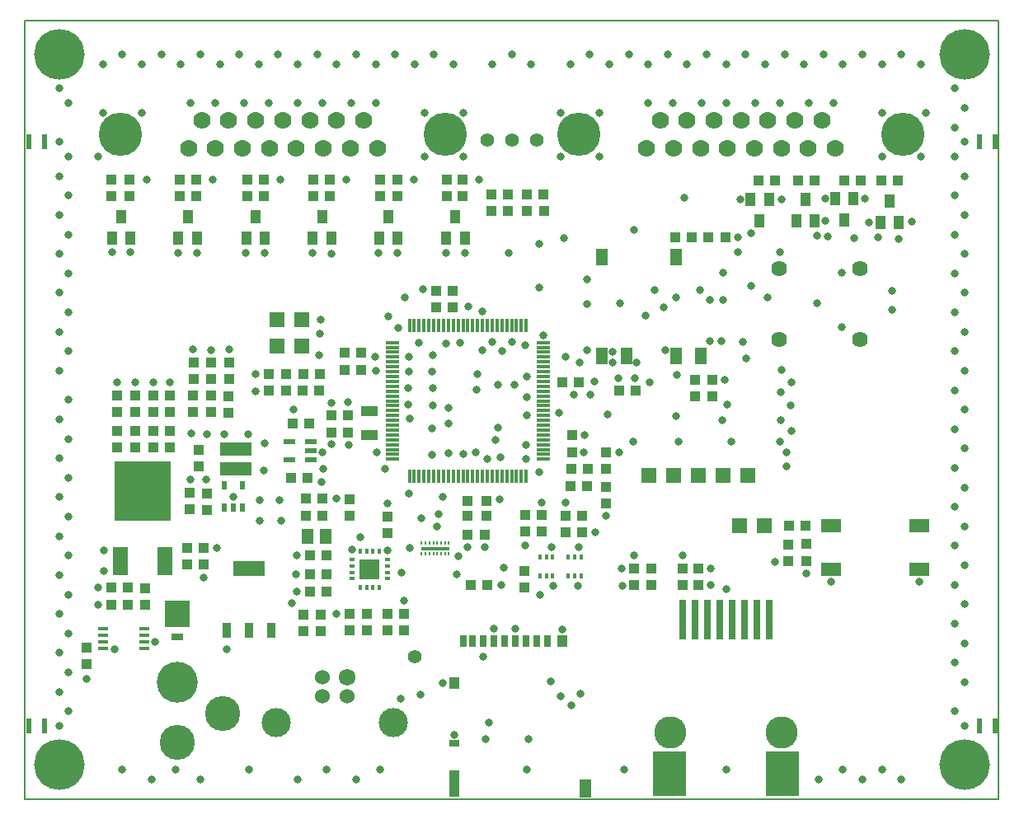
<source format=gbr>
%FSLAX36Y36*%
%MOMM*%
G04 EasyPC Gerber Version 18.0.8 Build 3632 *
%ADD126R,0.25020X0.40020*%
%ADD107R,0.30020X1.47520*%
%ADD108R,1.47520X0.30020*%
%ADD130R,0.40020X0.50020*%
%ADD131R,0.40020X0.60020*%
%ADD111R,0.50820X0.96540*%
%ADD145R,0.60020X1.50020*%
%ADD121R,0.70020X1.20020*%
%ADD141R,0.76020X4.18020*%
%ADD118R,0.95020X1.60020*%
%ADD105R,1.00020X1.10020*%
%ADD122R,1.00020X1.20020*%
%ADD144R,1.00020X1.40020*%
%ADD123R,1.00020X2.80020*%
%ADD112R,1.20020X1.80020*%
%ADD134R,1.30020X1.50020*%
%ADD125R,1.30020X1.90020*%
%ADD116R,1.60020X3.00020*%
%ADD113R,1.11780X0.38120*%
%ADD132R,0.60020X0.40020*%
%ADD127R,3.00020X0.45020*%
%ADD146R,1.16860X0.50820*%
%ADD115R,1.27020X0.76220*%
%ADD124R,1.00020X0.80020*%
%ADD106R,1.10020X1.00020*%
%ADD110R,1.80020X1.00020*%
%ADD148R,2.10020X1.40020*%
%ADD120R,3.20060X1.44800*%
%ADD119R,3.20020X1.60020*%
%ADD114R,2.54020X2.67020*%
%ADD142R,3.42020X4.58020*%
%ADD117R,5.80020X6.20020*%
%ADD135R,1.52420X1.52420*%
%ADD133R,2.10020X2.10020*%
%ADD71C,0.12700*%
%ADD104C,0.81300*%
%ADD147C,1.39020*%
%ADD149C,1.42260*%
%ADD137C,1.52420*%
%ADD109C,1.62420*%
%ADD136C,1.72020*%
%ADD128C,1.77820*%
%ADD138C,3.00020*%
%ADD143C,3.31020*%
%ADD139C,3.60020*%
%ADD140C,4.20020*%
%ADD129C,4.44520*%
%ADD103C,5.20020*%
X0Y0D02*
D02*
D71*
X42104200Y3347700D02*
X142104200D01*
Y83347700*
X42104200*
Y3347700*
D02*
D103*
X45604200Y6847700D03*
Y79847700D03*
X138604200Y6847700D03*
Y79847700D03*
D02*
D104*
X45604200Y10847700D03*
Y14347700D03*
Y18347700D03*
Y22347700D03*
Y26347700D03*
Y30347700D03*
Y34347700D03*
Y38347700D03*
Y42347700D03*
Y47347700D03*
Y51347700D03*
Y55347700D03*
Y59347700D03*
Y63347700D03*
Y67347700D03*
Y70847700D03*
Y76347700D03*
X46604200Y12347700D03*
Y16347700D03*
Y20347700D03*
Y24347700D03*
Y28347700D03*
Y32347700D03*
Y36347700D03*
Y40347700D03*
Y44347700D03*
Y49347700D03*
Y53347700D03*
Y57347700D03*
Y61347700D03*
Y65347700D03*
Y69347700D03*
Y74847700D03*
X48454200Y15697700D03*
X49579200Y23272700D03*
Y25047700D03*
X49604200Y69347700D03*
X50104200Y73847700D03*
Y78847700D03*
X50179200Y26797700D03*
X50204200Y28847700D03*
X51054200Y59547700D03*
X51304200Y18747700D03*
X51554200Y46172700D03*
X52104200Y6347700D03*
Y79847700D03*
X52954200Y59547700D03*
X53404200Y46147700D03*
X54104200Y73847700D03*
Y78847700D03*
X54604200Y66947700D03*
X55104200Y5347700D03*
X55254200Y46147700D03*
X55479200Y19497700D03*
X56104200Y79847700D03*
X56954200Y46147700D03*
X57604200Y6347700D03*
X57804200Y59447700D03*
X58104200Y78847700D03*
X59104200Y36197700D03*
Y74847700D03*
X59154200Y40872700D03*
X59354200Y49522700D03*
X59754200Y59447700D03*
X60104200Y5347700D03*
Y79847700D03*
X60454200Y26122700D03*
X60729200Y36147700D03*
X60804200Y40847700D03*
X61229200Y49497700D03*
X61404200Y66947700D03*
X61604200Y74847700D03*
X61779200Y29122700D03*
X62104200Y78847700D03*
X62529200Y40797700D03*
X62804200Y18747700D03*
X63054200Y49522700D03*
X63504200Y34422700D03*
X64104200Y79847700D03*
X64604200Y74847700D03*
X64804200Y59447700D03*
X65029200Y40797700D03*
X65104200Y6347700D03*
X65779200Y45247700D03*
Y46997700D03*
X66104200Y78847700D03*
X66204200Y31897700D03*
Y34072700D03*
X66629200Y37072700D03*
X66679200Y39897700D03*
X66729200Y59447700D03*
X67104200Y74847700D03*
X68104200Y79847700D03*
X68229200Y34072700D03*
X68304200Y66947700D03*
X68379200Y31897700D03*
X69504200Y23422700D03*
X69654200Y43372700D03*
X69929200Y26397700D03*
X69979200Y24672700D03*
X70029200Y28372700D03*
X70104200Y5347700D03*
Y74847700D03*
Y78847700D03*
X71604200Y59447700D03*
X72104200Y79847700D03*
X72329200Y48922700D03*
X72429200Y51147700D03*
X72454200Y52597700D03*
X72579200Y35947700D03*
X72604200Y74847700D03*
X72679200Y38947700D03*
X72704200Y37297700D03*
X73104200Y6347700D03*
X73554200Y59347700D03*
X73579200Y44072700D03*
X73604200Y39772700D03*
X74054200Y34197700D03*
X74104200Y22347700D03*
Y78847700D03*
X75104200Y66947700D03*
X75279200Y44097700D03*
X75354200Y39722700D03*
X75604200Y74847700D03*
X75654200Y28997700D03*
X76104200Y5347700D03*
Y79847700D03*
X76529200Y30247700D03*
X78054200Y48747700D03*
X78104200Y74847700D03*
Y78847700D03*
X78154200Y47347700D03*
X78254200Y38947700D03*
X78404200Y59447700D03*
X78604200Y6347700D03*
X79079200Y37297700D03*
X79354200Y28847700D03*
Y33747700D03*
X79454200Y52947700D03*
X80104200Y79847700D03*
X80304200Y59447700D03*
X80404200Y51747700D03*
X80704200Y13647700D03*
X80804200Y26622700D03*
X81054200Y23747700D03*
X81104200Y54847700D03*
X81479200Y43847700D03*
Y45597700D03*
X81504200Y47247700D03*
X81529200Y48747700D03*
X81554200Y34747700D03*
X81629200Y29097700D03*
X81654200Y42422700D03*
X82004200Y66947700D03*
X82104200Y78847700D03*
X82579200Y50247700D03*
X82704200Y14047700D03*
X82804200Y32147700D03*
X82979200Y55722700D03*
X83104200Y69347700D03*
Y73847700D03*
X83879200Y38722700D03*
Y41397700D03*
X83929200Y47247700D03*
X83954200Y48922700D03*
X83979200Y43822700D03*
Y45522700D03*
X84104200Y79847700D03*
X84432200Y31297700D03*
X84604200Y32647700D03*
X84979200Y15247700D03*
Y34422700D03*
X85304200Y50172700D03*
X85354200Y59447700D03*
X85554200Y38847700D03*
X85579200Y41897700D03*
Y43547700D03*
X86104200Y78847700D03*
X86204200Y9947700D03*
X86429200Y26397700D03*
X86579200Y28272700D03*
X86754200Y50197700D03*
X87104200Y38822700D03*
Y69347700D03*
Y73847700D03*
X87254200Y59447700D03*
X87579200Y29247700D03*
X87604200Y53947700D03*
X88429200Y38922700D03*
X88504200Y45372700D03*
X88529200Y46997700D03*
X88704200Y66947700D03*
X89029200Y49497700D03*
X89079200Y53447700D03*
X89167700Y17972700D03*
X89279200Y29197700D03*
X89404200Y9472700D03*
X89579200Y38247700D03*
X89729200Y11222700D03*
X90079200Y50322700D03*
X90104200Y78847700D03*
X90279200Y20797700D03*
X90429200Y40222700D03*
X90679200Y45922700D03*
X90704200Y41522700D03*
X90829200Y34172700D03*
X90904200Y38447700D03*
X90979200Y25347700D03*
X91079200Y49397700D03*
X91229200Y27122700D03*
X91804200Y59447700D03*
X92079200Y50297700D03*
X92104200Y79847700D03*
X92404200Y45922700D03*
X92467700Y20797700D03*
X93504200Y29422700D03*
Y49947700D03*
X93579200Y38247700D03*
Y39747700D03*
X93604200Y6347700D03*
X93629200Y44597700D03*
X93654200Y42747700D03*
X93679200Y46747700D03*
X93779200Y9472700D03*
X94104200Y78847700D03*
X94879200Y36922700D03*
X94904200Y55872700D03*
Y60397700D03*
X94979200Y24297700D03*
X95204200Y33822700D03*
X95317200Y50947700D03*
X96129200Y15397700D03*
X96154200Y29222700D03*
X96329200Y25247700D03*
X96954200Y43022700D03*
X97104200Y13922700D03*
Y69347700D03*
Y73847700D03*
X97304200Y20772700D03*
X97454200Y60972700D03*
X97654200Y33822700D03*
Y48747700D03*
X98104200Y78847700D03*
X98204200Y12997700D03*
X98454200Y44872700D03*
X98929200Y25272700D03*
X99004200Y29247700D03*
X99029200Y48172700D03*
X99104200Y14122700D03*
X99504200Y38997700D03*
X99529200Y40697700D03*
X99779200Y54197700D03*
X99804200Y49422700D03*
X99854200Y56747700D03*
X100104200Y79847700D03*
X100154200Y44922700D03*
X100554200Y46222700D03*
X100629200Y30747700D03*
X101104200Y69347700D03*
Y73847700D03*
X101804200Y32397700D03*
X101954200Y42822700D03*
X102104200Y78847700D03*
X102429200Y49322700D03*
X102454200Y48197700D03*
X103079200Y46597700D03*
X103129200Y38922700D03*
X103179200Y54272700D03*
X103354200Y27047700D03*
X103429200Y25272700D03*
X103604200Y6347700D03*
X104104200Y79847700D03*
X104554200Y40072700D03*
X104629200Y61797700D03*
X104679200Y28397700D03*
X104754200Y46572700D03*
X104904200Y48222700D03*
X105829200Y52972700D03*
X106104200Y74847700D03*
Y78847700D03*
X106279200Y46122700D03*
X106729200Y55597700D03*
X107704200Y53822700D03*
X107879200Y49447700D03*
X108104200Y79847700D03*
X108604200Y74847700D03*
X108929200Y42722700D03*
Y54897700D03*
X109054200Y46947700D03*
X109254200Y40072700D03*
X109629200Y28372700D03*
X109829200Y65097700D03*
X110104200Y78847700D03*
X111454200Y55597700D03*
X111604200Y74847700D03*
X112104200Y79847700D03*
X112404200Y50347700D03*
X112429200Y54597700D03*
X112529200Y25347700D03*
Y26997700D03*
X113629200Y50372700D03*
X113729200Y42272700D03*
X113754200Y54597700D03*
Y57397700D03*
X113979200Y46397700D03*
X114104200Y6347700D03*
Y74847700D03*
Y78847700D03*
X114154200Y24897700D03*
X114204200Y43897700D03*
X114654200Y40097700D03*
X115329200Y61047700D03*
X115354200Y59547700D03*
X115554200Y64947700D03*
X115804200Y50322700D03*
X116104200Y79847700D03*
X116154200Y48597700D03*
X116704200Y56047700D03*
Y61472700D03*
X117104200Y74847700D03*
X118104200Y78847700D03*
X118329200Y54897700D03*
X119154200Y27672700D03*
X119604200Y40097700D03*
Y74847700D03*
X119654200Y59522700D03*
X119729200Y42297700D03*
Y45172700D03*
X119804200Y47397700D03*
Y64947700D03*
X120104200Y79847700D03*
X120304200Y37497700D03*
Y38972700D03*
X120704200Y43772700D03*
X120829200Y41172700D03*
Y46147700D03*
X122104200Y78847700D03*
X122304200Y26522700D03*
X122604200Y74847700D03*
X123404200Y61197700D03*
X123429200Y54247700D03*
X123604200Y5347700D03*
X124104200Y79847700D03*
X124254200Y64997700D03*
X124279200Y62747700D03*
X124579200Y61172700D03*
X124854200Y25622700D03*
X125104200Y74847700D03*
X125979200Y51797700D03*
Y57397700D03*
X126104200Y6347700D03*
Y78847700D03*
X127279200Y60997700D03*
X128104200Y5347700D03*
Y79847700D03*
X128354200Y64997700D03*
X128779200Y62597700D03*
X129729200Y61047700D03*
X130104200Y6347700D03*
Y69347700D03*
Y73847700D03*
Y78847700D03*
X131154200Y53622700D03*
Y55547700D03*
X131854200Y60847700D03*
X132104200Y5347700D03*
Y79847700D03*
X133154200Y62622700D03*
X133954200Y25697700D03*
X134104200Y69347700D03*
Y78847700D03*
X134604200Y73847700D03*
X137604200Y12347700D03*
Y17347700D03*
Y21347700D03*
Y25347700D03*
Y29347700D03*
Y33347700D03*
Y37347700D03*
Y41347700D03*
Y45347700D03*
Y49347700D03*
Y53347700D03*
Y57347700D03*
Y61347700D03*
Y65347700D03*
Y69347700D03*
Y72347700D03*
Y76347700D03*
X138604200Y10847700D03*
Y15347700D03*
Y19347700D03*
Y23347700D03*
Y27347700D03*
Y31347700D03*
Y35347700D03*
Y39347700D03*
Y43347700D03*
Y47347700D03*
Y51347700D03*
Y55347700D03*
Y59347700D03*
Y63347700D03*
Y67347700D03*
Y70847700D03*
Y74347700D03*
D02*
D105*
X48454200Y17172700D03*
Y18872700D03*
X51004200Y65247700D03*
Y66947700D03*
X51554200Y43072700D03*
Y44772700D03*
X51579200Y39472700D03*
Y41172700D03*
X52804200Y65247700D03*
Y66947700D03*
X53404200Y39472700D03*
Y41172700D03*
Y43072700D03*
Y44772700D03*
X54429200Y23322700D03*
Y25022700D03*
X55254200Y39447700D03*
Y41147700D03*
Y43072700D03*
Y44772700D03*
X56954200Y39472700D03*
Y41172700D03*
Y43072700D03*
Y44772700D03*
X58004200Y65247700D03*
Y66947700D03*
X59004200Y33097700D03*
Y34797700D03*
X59379200Y43072700D03*
Y44772700D03*
X59404200Y46522700D03*
Y48222700D03*
X59704200Y65247700D03*
Y66947700D03*
X59929200Y37547700D03*
Y39247700D03*
X60804200Y33047700D03*
Y34747700D03*
X61204200Y43072700D03*
Y44772700D03*
X61229200Y46522700D03*
Y48222700D03*
X63029200Y43022700D03*
Y44722700D03*
X63054200Y46522700D03*
Y48222700D03*
X64904200Y65247700D03*
Y66947700D03*
X66604200Y65247700D03*
Y66947700D03*
X70654200Y20597700D03*
Y22297700D03*
X71704200Y65247700D03*
Y66947700D03*
X72454200Y20597700D03*
Y22297700D03*
X73404200Y65247700D03*
Y66947700D03*
X75404200Y20647700D03*
Y22347700D03*
X75429200Y32447700D03*
Y34147700D03*
X77204200Y20697700D03*
Y22397700D03*
X78604200Y65247700D03*
Y66947700D03*
X79304200Y20697700D03*
Y22397700D03*
X79354200Y30672700D03*
Y32372700D03*
X80304200Y65247700D03*
Y66947700D03*
X81054200Y20697700D03*
Y22397700D03*
X85404200Y65247700D03*
Y66947700D03*
X87004200Y65247700D03*
Y66947700D03*
X93354200Y25047700D03*
Y26747700D03*
X93479200Y30797700D03*
Y32497700D03*
X95204200Y30797700D03*
Y32497700D03*
X97654200Y30747700D03*
Y32447700D03*
X98254200Y38997700D03*
Y40697700D03*
X99329200Y30772700D03*
Y32472700D03*
X101804200Y33722700D03*
Y35422700D03*
Y37222700D03*
Y38922700D03*
X104679200Y25347700D03*
Y27047700D03*
X106429200Y25347700D03*
Y27047700D03*
X109629200Y25347700D03*
Y27047700D03*
X110929200Y44697700D03*
Y46397700D03*
X111279200Y25297700D03*
Y26997700D03*
X112654200Y44697700D03*
Y46397700D03*
X120504200Y27797700D03*
Y29497700D03*
X122304200Y27822700D03*
Y29522700D03*
D02*
D106*
X50929200Y23272700D03*
Y25047700D03*
X52629200Y23272700D03*
Y25047700D03*
X58729200Y27422700D03*
Y29122700D03*
X60429200Y27422700D03*
Y29122700D03*
X67179200Y45272700D03*
Y46997700D03*
X68879200Y45272700D03*
Y46997700D03*
X69429200Y36297700D03*
X69554200Y41922700D03*
X70629200Y45272700D03*
X70654200Y46997700D03*
X70954200Y32397700D03*
Y34197700D03*
X71129200Y36297700D03*
X71254200Y41922700D03*
X71354200Y26397700D03*
Y28372700D03*
X71379200Y24672700D03*
X72329200Y45272700D03*
X72354200Y46997700D03*
X72654200Y32397700D03*
Y34197700D03*
X73054200Y26397700D03*
Y28372700D03*
X73079200Y24672700D03*
X73579200Y42772700D03*
X73604200Y40997700D03*
X74954200Y47447700D03*
Y49172700D03*
X75279200Y42772700D03*
X75304200Y40997700D03*
X76654200Y47447700D03*
Y49172700D03*
X84354200Y53872700D03*
Y55572700D03*
X86054200Y53872700D03*
Y55572700D03*
X87579200Y30497700D03*
Y32472700D03*
Y33972700D03*
X87879200Y25347700D03*
X89279200Y30497700D03*
X89479200Y32472700D03*
Y33972700D03*
X89579200Y25347700D03*
X89979200Y63722700D03*
Y65472700D03*
X91679200Y63722700D03*
Y65472700D03*
X93654200D03*
X93679200Y63722700D03*
X95354200Y65472700D03*
X95379200Y63722700D03*
X97254200Y46122700D03*
X98154200Y35497700D03*
X98179200Y37247700D03*
X98954200Y46122700D03*
X99854200Y35497700D03*
X99879200Y37247700D03*
X103104200Y45347700D03*
X104804200D03*
X108879200Y61072700D03*
X110579200D03*
X112304200Y61047700D03*
X114004200D03*
X117404200Y66922700D03*
X119104200D03*
X120529200Y31422700D03*
X121479200Y66897700D03*
X122229200Y31422700D03*
X123179200Y66897700D03*
X126204200D03*
X127904200D03*
X130029200Y66922700D03*
X131729200D03*
D02*
D107*
X81579200Y36509700D03*
Y51985700D03*
X82079200Y36509700D03*
Y51985700D03*
X82579200Y36509700D03*
Y51985700D03*
X83079200Y36509700D03*
Y51985700D03*
X83579200Y36509700D03*
Y51985700D03*
X84079200Y36509700D03*
Y51985700D03*
X84579200Y36509700D03*
Y51985700D03*
X85079200Y36509700D03*
Y51985700D03*
X85579200Y36509700D03*
Y51985700D03*
X86079200Y36509700D03*
Y51985700D03*
X86579200Y36509700D03*
Y51985700D03*
X87079200Y36509700D03*
Y51985700D03*
X87579200Y36509700D03*
Y51985700D03*
X88079200Y36509700D03*
Y51985700D03*
X88579200Y36509700D03*
Y51985700D03*
X89079200Y36509700D03*
Y51985700D03*
X89579200Y36509700D03*
Y51985700D03*
X90079200Y36509700D03*
Y51985700D03*
X90579200Y36509700D03*
Y51985700D03*
X91079200Y36509700D03*
Y51985700D03*
X91579200Y36509700D03*
Y51985700D03*
X92079200Y36509700D03*
Y51985700D03*
X92579200Y36509700D03*
Y51985700D03*
X93079200Y36509700D03*
Y51985700D03*
X93579200Y36509700D03*
Y51985700D03*
D02*
D108*
X79841200Y38247700D03*
Y38747700D03*
Y39247700D03*
Y39747700D03*
Y40247700D03*
Y40747700D03*
Y41247700D03*
Y41747700D03*
Y42247700D03*
Y42747700D03*
Y43247700D03*
Y43747700D03*
Y44247700D03*
Y44747700D03*
Y45247700D03*
Y45747700D03*
Y46247700D03*
Y46747700D03*
Y47247700D03*
Y47747700D03*
Y48247700D03*
Y48747700D03*
Y49247700D03*
Y49747700D03*
Y50247700D03*
X95317200Y38247700D03*
Y38747700D03*
Y39247700D03*
Y39747700D03*
Y40247700D03*
Y40747700D03*
Y41247700D03*
Y41747700D03*
Y42247700D03*
Y42747700D03*
Y43247700D03*
Y43747700D03*
Y44247700D03*
Y44747700D03*
Y45247700D03*
Y45747700D03*
Y46247700D03*
Y46747700D03*
Y47247700D03*
Y47747700D03*
Y48247700D03*
Y48747700D03*
Y49247700D03*
Y49747700D03*
Y50247700D03*
D02*
D109*
X119579200Y50597700D03*
Y57847700D03*
X127829200Y50597700D03*
Y57847700D03*
D02*
D110*
X77429200Y40722700D03*
Y43222700D03*
D02*
D111*
X62551700Y33254300D03*
Y35591100D03*
X63504200Y33254300D03*
X64456700D03*
Y35591100D03*
D02*
D112*
X101304200Y48847700D03*
Y59047700D03*
X103844200Y48847700D03*
X108924200D03*
Y59047700D03*
X111464200Y48847700D03*
D02*
D113*
X50083300Y18847700D03*
Y19497700D03*
Y20147700D03*
Y20797700D03*
X54325100Y18847700D03*
Y19497700D03*
Y20147700D03*
Y20797700D03*
D02*
D114*
X57704200Y22372700D03*
D02*
D115*
Y20021700D03*
D02*
D116*
X51904200Y27822700D03*
X56474200D03*
D02*
D117*
X54189200Y35002700D03*
D02*
D118*
X62804200Y20647700D03*
X65104200D03*
X67404200D03*
D02*
D119*
X65104200Y27047700D03*
D02*
D120*
X63754200Y37281700D03*
Y39313700D03*
D02*
D121*
X87117700Y19547700D03*
X88067700D03*
X89167700D03*
X90267700D03*
X91367700D03*
X92467700D03*
X93567700D03*
X94667700D03*
X95767700D03*
D02*
D122*
X86167700Y15247700D03*
X97317700Y19547700D03*
D02*
D123*
X86167700Y4897700D03*
D02*
D124*
Y9047700D03*
D02*
D125*
X99667700Y4447700D03*
D02*
D126*
X82832200Y28501200D03*
Y29651200D03*
X83232200Y28501200D03*
Y29651200D03*
X83632200Y28501200D03*
Y29651200D03*
X84032200Y28501200D03*
Y29651200D03*
X84432200Y28501200D03*
Y29651200D03*
X84832200Y28501200D03*
Y29651200D03*
X85232200Y28501200D03*
Y29651200D03*
X85632200Y28501200D03*
Y29651200D03*
D02*
D127*
X84232200Y29076200D03*
D02*
D128*
X58886200Y70202900D03*
X60271200Y73047700D03*
X61656200Y70202900D03*
X63001000Y73047700D03*
X64426200Y70202900D03*
X65811200Y73047700D03*
X67196200Y70202900D03*
X68581200Y73047700D03*
X69966200Y70202900D03*
X71351200Y73047700D03*
X72736200Y70202900D03*
X74121200Y73047700D03*
X75506200Y70202900D03*
X76891200Y73047700D03*
X78276200Y70202900D03*
X105932200D03*
X107317200Y73047700D03*
X108702200Y70202900D03*
X110047000Y73047700D03*
X111472200Y70202900D03*
X112857200Y73047700D03*
X114242200Y70202900D03*
X115627200Y73047700D03*
X117012200Y70202900D03*
X118397200Y73047700D03*
X119782200Y70202900D03*
X121167200Y73047700D03*
X122552200Y70202900D03*
X123937200Y73047700D03*
X125322200Y70202900D03*
D02*
D129*
X51931200Y71625300D03*
X85231200D03*
X98977200D03*
X132277200D03*
D02*
D130*
X95004200Y26272700D03*
Y28172700D03*
X95654200Y26272700D03*
Y28172700D03*
X96304200Y26272700D03*
Y28172700D03*
X97904200Y26272700D03*
Y28172700D03*
X98554200Y26272700D03*
Y28172700D03*
X99204200Y26272700D03*
Y28172700D03*
D02*
D131*
X76529200Y25097700D03*
Y28797700D03*
X77179200Y25097700D03*
Y28797700D03*
X77829200Y25097700D03*
Y28797700D03*
X78479200Y25097700D03*
Y28797700D03*
D02*
D132*
X75654200Y25972700D03*
Y26622700D03*
Y27272700D03*
Y27922700D03*
X79354200Y25972700D03*
Y26622700D03*
Y27272700D03*
Y27922700D03*
D02*
D133*
X77504200Y26947700D03*
D02*
D134*
X71079200Y30297700D03*
X72979200D03*
D02*
D135*
X67954200Y49872700D03*
Y52547700D03*
X70494200Y49872700D03*
Y52547700D03*
X106144200Y36572700D03*
X108684200D03*
X111224200D03*
X113764200D03*
X115479200Y31422700D03*
X116304200Y36572700D03*
X118019200Y31422700D03*
D02*
D136*
X75181200Y15872700D03*
D02*
D137*
X72681200Y13872700D03*
Y15872700D03*
X75181200Y13872700D03*
D02*
D138*
X67911200Y11162700D03*
X79951200D03*
D02*
D139*
X57732600Y9122700D03*
X62432600Y12122700D03*
D02*
D140*
X57732600Y15322700D03*
D02*
D141*
X109652700Y21747700D03*
X110922700D03*
X112192700D03*
X113462700D03*
X114732700D03*
X116002700D03*
X117272700D03*
X118542700D03*
D02*
D142*
X108307700Y5897700D03*
X119887700D03*
D02*
D143*
X108382700Y10137700D03*
X119812700D03*
D02*
D144*
X51054200Y60997700D03*
X52004200Y63197700D03*
X52954200Y60997700D03*
X57854200D03*
X58804200Y63197700D03*
X59754200Y60997700D03*
X64829200D03*
X65779200Y63197700D03*
X66729200Y60997700D03*
X71654200D03*
X72604200Y63197700D03*
X73554200Y60997700D03*
X78454200D03*
X79404200Y63197700D03*
X80354200Y60997700D03*
X85354200D03*
X86304200Y63197700D03*
X87254200Y60997700D03*
X116604200Y64947700D03*
X117554200Y62747700D03*
X118504200Y64947700D03*
X121329200Y62747700D03*
X122279200Y64947700D03*
X123229200Y62747700D03*
X125279200Y64997700D03*
X126229200Y62797700D03*
X127179200Y64997700D03*
X129929200Y62597700D03*
X130879200Y64797700D03*
X131829200Y62597700D03*
D02*
D145*
X42513200Y10847700D03*
Y70847700D03*
X44113200Y10847700D03*
Y70847700D03*
X140107400Y10847700D03*
X140113600Y70847700D03*
X141707400Y10847700D03*
X141713600Y70847700D03*
D02*
D146*
X69287400Y38197700D03*
Y40097700D03*
X71421000Y38197700D03*
Y39147700D03*
Y40097700D03*
D02*
D147*
X89577800Y71047700D03*
X92117800D03*
X94657800D03*
D02*
D148*
X124854200Y26922700D03*
Y31422700D03*
X133954200Y26922700D03*
Y31422700D03*
D02*
D149*
X82104200Y17947700D03*
X0Y0D02*
M02*

</source>
